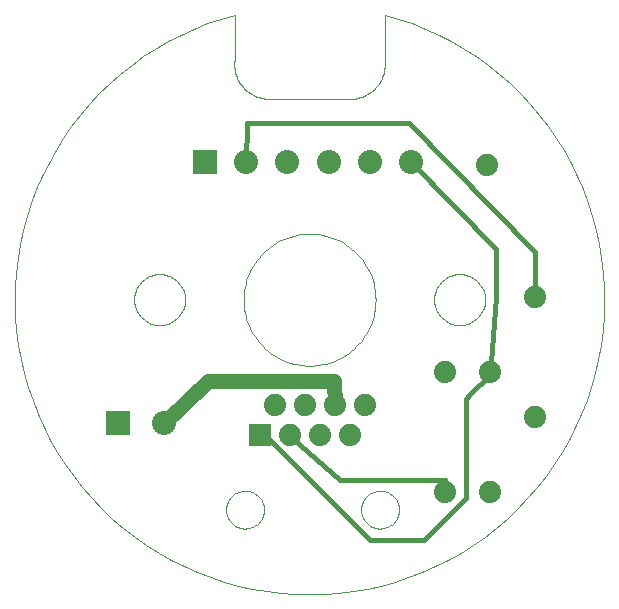
<source format=gtl>
G75*
G70*
%OFA0B0*%
%FSLAX24Y24*%
%IPPOS*%
%LPD*%
%AMOC8*
5,1,8,0,0,1.08239X$1,22.5*
%
%ADD10C,0.0010*%
%ADD11C,0.0740*%
%ADD12R,0.0740X0.0740*%
%ADD13C,0.0000*%
%ADD14R,0.0800X0.0800*%
%ADD15C,0.0800*%
%ADD16C,0.0150*%
%ADD17C,0.0160*%
%ADD18C,0.0100*%
%ADD19C,0.0500*%
D10*
X004130Y011392D02*
X004132Y011450D01*
X004138Y011508D01*
X004148Y011565D01*
X004162Y011621D01*
X004179Y011677D01*
X004200Y011731D01*
X004225Y011783D01*
X004254Y011834D01*
X004286Y011882D01*
X004321Y011928D01*
X004359Y011972D01*
X004400Y012013D01*
X004444Y012051D01*
X004490Y012086D01*
X004538Y012118D01*
X004589Y012147D01*
X004641Y012172D01*
X004695Y012193D01*
X004751Y012210D01*
X004807Y012224D01*
X004864Y012234D01*
X004922Y012240D01*
X004980Y012242D01*
X005038Y012240D01*
X005096Y012234D01*
X005153Y012224D01*
X005209Y012210D01*
X005265Y012193D01*
X005319Y012172D01*
X005371Y012147D01*
X005422Y012118D01*
X005470Y012086D01*
X005516Y012051D01*
X005560Y012013D01*
X005601Y011972D01*
X005639Y011928D01*
X005674Y011882D01*
X005706Y011834D01*
X005735Y011783D01*
X005760Y011731D01*
X005781Y011677D01*
X005798Y011621D01*
X005812Y011565D01*
X005822Y011508D01*
X005828Y011450D01*
X005830Y011392D01*
X005828Y011334D01*
X005822Y011276D01*
X005812Y011219D01*
X005798Y011163D01*
X005781Y011107D01*
X005760Y011053D01*
X005735Y011001D01*
X005706Y010950D01*
X005674Y010902D01*
X005639Y010856D01*
X005601Y010812D01*
X005560Y010771D01*
X005516Y010733D01*
X005470Y010698D01*
X005422Y010666D01*
X005371Y010637D01*
X005319Y010612D01*
X005265Y010591D01*
X005209Y010574D01*
X005153Y010560D01*
X005096Y010550D01*
X005038Y010544D01*
X004980Y010542D01*
X004922Y010544D01*
X004864Y010550D01*
X004807Y010560D01*
X004751Y010574D01*
X004695Y010591D01*
X004641Y010612D01*
X004589Y010637D01*
X004538Y010666D01*
X004490Y010698D01*
X004444Y010733D01*
X004400Y010771D01*
X004359Y010812D01*
X004321Y010856D01*
X004286Y010902D01*
X004254Y010950D01*
X004225Y011001D01*
X004200Y011053D01*
X004179Y011107D01*
X004162Y011163D01*
X004148Y011219D01*
X004138Y011276D01*
X004132Y011334D01*
X004130Y011392D01*
X007780Y011392D02*
X007783Y011500D01*
X007791Y011608D01*
X007804Y011715D01*
X007822Y011821D01*
X007846Y011927D01*
X007875Y012031D01*
X007909Y012133D01*
X007947Y012234D01*
X007991Y012333D01*
X008040Y012429D01*
X008093Y012523D01*
X008151Y012614D01*
X008213Y012703D01*
X008279Y012788D01*
X008350Y012869D01*
X008424Y012948D01*
X008503Y013022D01*
X008584Y013093D01*
X008669Y013159D01*
X008758Y013221D01*
X008849Y013279D01*
X008943Y013332D01*
X009039Y013381D01*
X009138Y013425D01*
X009239Y013463D01*
X009341Y013497D01*
X009445Y013526D01*
X009551Y013550D01*
X009657Y013568D01*
X009764Y013581D01*
X009872Y013589D01*
X009980Y013592D01*
X010088Y013589D01*
X010196Y013581D01*
X010303Y013568D01*
X010409Y013550D01*
X010515Y013526D01*
X010619Y013497D01*
X010721Y013463D01*
X010822Y013425D01*
X010921Y013381D01*
X011017Y013332D01*
X011111Y013279D01*
X011202Y013221D01*
X011291Y013159D01*
X011376Y013093D01*
X011457Y013022D01*
X011536Y012948D01*
X011610Y012869D01*
X011681Y012788D01*
X011747Y012703D01*
X011809Y012614D01*
X011867Y012523D01*
X011920Y012429D01*
X011969Y012333D01*
X012013Y012234D01*
X012051Y012133D01*
X012085Y012031D01*
X012114Y011927D01*
X012138Y011821D01*
X012156Y011715D01*
X012169Y011608D01*
X012177Y011500D01*
X012180Y011392D01*
X012177Y011284D01*
X012169Y011176D01*
X012156Y011069D01*
X012138Y010963D01*
X012114Y010857D01*
X012085Y010753D01*
X012051Y010651D01*
X012013Y010550D01*
X011969Y010451D01*
X011920Y010355D01*
X011867Y010261D01*
X011809Y010170D01*
X011747Y010081D01*
X011681Y009996D01*
X011610Y009915D01*
X011536Y009836D01*
X011457Y009762D01*
X011376Y009691D01*
X011291Y009625D01*
X011202Y009563D01*
X011111Y009505D01*
X011017Y009452D01*
X010921Y009403D01*
X010822Y009359D01*
X010721Y009321D01*
X010619Y009287D01*
X010515Y009258D01*
X010409Y009234D01*
X010303Y009216D01*
X010196Y009203D01*
X010088Y009195D01*
X009980Y009192D01*
X009872Y009195D01*
X009764Y009203D01*
X009657Y009216D01*
X009551Y009234D01*
X009445Y009258D01*
X009341Y009287D01*
X009239Y009321D01*
X009138Y009359D01*
X009039Y009403D01*
X008943Y009452D01*
X008849Y009505D01*
X008758Y009563D01*
X008669Y009625D01*
X008584Y009691D01*
X008503Y009762D01*
X008424Y009836D01*
X008350Y009915D01*
X008279Y009996D01*
X008213Y010081D01*
X008151Y010170D01*
X008093Y010261D01*
X008040Y010355D01*
X007991Y010451D01*
X007947Y010550D01*
X007909Y010651D01*
X007875Y010753D01*
X007846Y010857D01*
X007822Y010963D01*
X007804Y011069D01*
X007791Y011176D01*
X007783Y011284D01*
X007780Y011392D01*
X007480Y020892D02*
X007019Y020758D01*
X006565Y020602D01*
X006119Y020424D01*
X005682Y020225D01*
X005256Y020004D01*
X004840Y019763D01*
X004437Y019502D01*
X004048Y019221D01*
X003672Y018922D01*
X003312Y018605D01*
X002967Y018270D01*
X002640Y017920D01*
X002329Y017553D01*
X002037Y017172D01*
X001764Y016777D01*
X001511Y016369D01*
X001278Y015949D01*
X001066Y015518D01*
X000875Y015078D01*
X000705Y014629D01*
X000558Y014171D01*
X000434Y013708D01*
X000332Y013238D01*
X000253Y012765D01*
X000198Y012288D01*
X000166Y011809D01*
X000157Y011329D01*
X000172Y010849D01*
X000210Y010370D01*
X000272Y009894D01*
X000357Y009421D01*
X000465Y008953D01*
X000595Y008491D01*
X000748Y008036D01*
X000923Y007589D01*
X001120Y007151D01*
X001337Y006723D01*
X001576Y006306D01*
X001835Y005902D01*
X002113Y005510D01*
X002409Y005133D01*
X002724Y004770D01*
X003057Y004424D01*
X003405Y004094D01*
X003770Y003781D01*
X004149Y003487D01*
X004542Y003211D01*
X004949Y002955D01*
X005367Y002720D01*
X005796Y002505D01*
X006236Y002311D01*
X006684Y002139D01*
X007140Y001989D01*
X007603Y001861D01*
X008071Y001756D01*
X008545Y001674D01*
X009021Y001616D01*
X009500Y001581D01*
X009980Y001569D01*
X010460Y001581D01*
X010939Y001616D01*
X011415Y001674D01*
X011889Y001756D01*
X012357Y001861D01*
X012820Y001989D01*
X013276Y002139D01*
X013724Y002311D01*
X014164Y002505D01*
X014593Y002720D01*
X015011Y002955D01*
X015418Y003211D01*
X015811Y003487D01*
X016190Y003781D01*
X016555Y004094D01*
X016903Y004424D01*
X017236Y004770D01*
X017551Y005133D01*
X017847Y005510D01*
X018125Y005902D01*
X018384Y006306D01*
X018623Y006723D01*
X018840Y007151D01*
X019037Y007589D01*
X019212Y008036D01*
X019365Y008491D01*
X019495Y008953D01*
X019603Y009421D01*
X019688Y009894D01*
X019750Y010370D01*
X019788Y010849D01*
X019803Y011329D01*
X019794Y011809D01*
X019762Y012288D01*
X019707Y012765D01*
X019628Y013238D01*
X019526Y013708D01*
X019402Y014171D01*
X019255Y014629D01*
X019085Y015078D01*
X018894Y015518D01*
X018682Y015949D01*
X018449Y016369D01*
X018196Y016777D01*
X017923Y017172D01*
X017631Y017553D01*
X017320Y017920D01*
X016993Y018270D01*
X016648Y018605D01*
X016288Y018922D01*
X015912Y019221D01*
X015523Y019502D01*
X015120Y019763D01*
X014704Y020004D01*
X014278Y020225D01*
X013841Y020424D01*
X013395Y020602D01*
X012941Y020758D01*
X012480Y020892D01*
X012480Y019392D01*
X012487Y019327D01*
X012490Y019262D01*
X012489Y019197D01*
X012485Y019132D01*
X012477Y019068D01*
X012465Y019004D01*
X012450Y018940D01*
X012431Y018878D01*
X012409Y018817D01*
X012384Y018757D01*
X012355Y018699D01*
X012323Y018642D01*
X012288Y018587D01*
X012249Y018535D01*
X012208Y018484D01*
X012164Y018436D01*
X012118Y018391D01*
X012069Y018348D01*
X012018Y018308D01*
X011964Y018271D01*
X011909Y018237D01*
X011852Y018206D01*
X011793Y018178D01*
X011732Y018154D01*
X011671Y018133D01*
X011608Y018116D01*
X011544Y018102D01*
X011480Y018092D01*
X008480Y018092D01*
X008416Y018102D01*
X008352Y018116D01*
X008289Y018133D01*
X008228Y018154D01*
X008167Y018178D01*
X008108Y018206D01*
X008051Y018237D01*
X007996Y018271D01*
X007942Y018308D01*
X007891Y018348D01*
X007842Y018391D01*
X007796Y018436D01*
X007752Y018484D01*
X007711Y018535D01*
X007672Y018587D01*
X007637Y018642D01*
X007605Y018699D01*
X007576Y018757D01*
X007551Y018817D01*
X007529Y018878D01*
X007510Y018940D01*
X007495Y019004D01*
X007483Y019068D01*
X007475Y019132D01*
X007471Y019197D01*
X007470Y019262D01*
X007473Y019327D01*
X007480Y019392D01*
X007480Y020892D01*
X014130Y011392D02*
X014132Y011450D01*
X014138Y011508D01*
X014148Y011565D01*
X014162Y011621D01*
X014179Y011677D01*
X014200Y011731D01*
X014225Y011783D01*
X014254Y011834D01*
X014286Y011882D01*
X014321Y011928D01*
X014359Y011972D01*
X014400Y012013D01*
X014444Y012051D01*
X014490Y012086D01*
X014538Y012118D01*
X014589Y012147D01*
X014641Y012172D01*
X014695Y012193D01*
X014751Y012210D01*
X014807Y012224D01*
X014864Y012234D01*
X014922Y012240D01*
X014980Y012242D01*
X015038Y012240D01*
X015096Y012234D01*
X015153Y012224D01*
X015209Y012210D01*
X015265Y012193D01*
X015319Y012172D01*
X015371Y012147D01*
X015422Y012118D01*
X015470Y012086D01*
X015516Y012051D01*
X015560Y012013D01*
X015601Y011972D01*
X015639Y011928D01*
X015674Y011882D01*
X015706Y011834D01*
X015735Y011783D01*
X015760Y011731D01*
X015781Y011677D01*
X015798Y011621D01*
X015812Y011565D01*
X015822Y011508D01*
X015828Y011450D01*
X015830Y011392D01*
X015828Y011334D01*
X015822Y011276D01*
X015812Y011219D01*
X015798Y011163D01*
X015781Y011107D01*
X015760Y011053D01*
X015735Y011001D01*
X015706Y010950D01*
X015674Y010902D01*
X015639Y010856D01*
X015601Y010812D01*
X015560Y010771D01*
X015516Y010733D01*
X015470Y010698D01*
X015422Y010666D01*
X015371Y010637D01*
X015319Y010612D01*
X015265Y010591D01*
X015209Y010574D01*
X015153Y010560D01*
X015096Y010550D01*
X015038Y010544D01*
X014980Y010542D01*
X014922Y010544D01*
X014864Y010550D01*
X014807Y010560D01*
X014751Y010574D01*
X014695Y010591D01*
X014641Y010612D01*
X014589Y010637D01*
X014538Y010666D01*
X014490Y010698D01*
X014444Y010733D01*
X014400Y010771D01*
X014359Y010812D01*
X014321Y010856D01*
X014286Y010902D01*
X014254Y010950D01*
X014225Y011001D01*
X014200Y011053D01*
X014179Y011107D01*
X014162Y011163D01*
X014148Y011219D01*
X014138Y011276D01*
X014132Y011334D01*
X014130Y011392D01*
D11*
X014480Y008992D03*
X015980Y008992D03*
X017480Y007492D03*
X015980Y004992D03*
X014480Y004992D03*
X011830Y007892D03*
X010830Y007892D03*
X009830Y007892D03*
X008830Y007892D03*
X009330Y006892D03*
X010330Y006892D03*
X011330Y006892D03*
X017480Y011492D03*
X015880Y015892D03*
D12*
X008330Y006892D03*
D13*
X007200Y004392D02*
X007202Y004442D01*
X007208Y004492D01*
X007218Y004541D01*
X007232Y004589D01*
X007249Y004636D01*
X007270Y004681D01*
X007295Y004725D01*
X007323Y004766D01*
X007355Y004805D01*
X007389Y004842D01*
X007426Y004876D01*
X007466Y004906D01*
X007508Y004933D01*
X007552Y004957D01*
X007598Y004978D01*
X007645Y004994D01*
X007693Y005007D01*
X007743Y005016D01*
X007792Y005021D01*
X007843Y005022D01*
X007893Y005019D01*
X007942Y005012D01*
X007991Y005001D01*
X008039Y004986D01*
X008085Y004968D01*
X008130Y004946D01*
X008173Y004920D01*
X008214Y004891D01*
X008253Y004859D01*
X008289Y004824D01*
X008321Y004786D01*
X008351Y004746D01*
X008378Y004703D01*
X008401Y004659D01*
X008420Y004613D01*
X008436Y004565D01*
X008448Y004516D01*
X008456Y004467D01*
X008460Y004417D01*
X008460Y004367D01*
X008456Y004317D01*
X008448Y004268D01*
X008436Y004219D01*
X008420Y004171D01*
X008401Y004125D01*
X008378Y004081D01*
X008351Y004038D01*
X008321Y003998D01*
X008289Y003960D01*
X008253Y003925D01*
X008214Y003893D01*
X008173Y003864D01*
X008130Y003838D01*
X008085Y003816D01*
X008039Y003798D01*
X007991Y003783D01*
X007942Y003772D01*
X007893Y003765D01*
X007843Y003762D01*
X007792Y003763D01*
X007743Y003768D01*
X007693Y003777D01*
X007645Y003790D01*
X007598Y003806D01*
X007552Y003827D01*
X007508Y003851D01*
X007466Y003878D01*
X007426Y003908D01*
X007389Y003942D01*
X007355Y003979D01*
X007323Y004018D01*
X007295Y004059D01*
X007270Y004103D01*
X007249Y004148D01*
X007232Y004195D01*
X007218Y004243D01*
X007208Y004292D01*
X007202Y004342D01*
X007200Y004392D01*
X011700Y004392D02*
X011702Y004442D01*
X011708Y004492D01*
X011718Y004541D01*
X011732Y004589D01*
X011749Y004636D01*
X011770Y004681D01*
X011795Y004725D01*
X011823Y004766D01*
X011855Y004805D01*
X011889Y004842D01*
X011926Y004876D01*
X011966Y004906D01*
X012008Y004933D01*
X012052Y004957D01*
X012098Y004978D01*
X012145Y004994D01*
X012193Y005007D01*
X012243Y005016D01*
X012292Y005021D01*
X012343Y005022D01*
X012393Y005019D01*
X012442Y005012D01*
X012491Y005001D01*
X012539Y004986D01*
X012585Y004968D01*
X012630Y004946D01*
X012673Y004920D01*
X012714Y004891D01*
X012753Y004859D01*
X012789Y004824D01*
X012821Y004786D01*
X012851Y004746D01*
X012878Y004703D01*
X012901Y004659D01*
X012920Y004613D01*
X012936Y004565D01*
X012948Y004516D01*
X012956Y004467D01*
X012960Y004417D01*
X012960Y004367D01*
X012956Y004317D01*
X012948Y004268D01*
X012936Y004219D01*
X012920Y004171D01*
X012901Y004125D01*
X012878Y004081D01*
X012851Y004038D01*
X012821Y003998D01*
X012789Y003960D01*
X012753Y003925D01*
X012714Y003893D01*
X012673Y003864D01*
X012630Y003838D01*
X012585Y003816D01*
X012539Y003798D01*
X012491Y003783D01*
X012442Y003772D01*
X012393Y003765D01*
X012343Y003762D01*
X012292Y003763D01*
X012243Y003768D01*
X012193Y003777D01*
X012145Y003790D01*
X012098Y003806D01*
X012052Y003827D01*
X012008Y003851D01*
X011966Y003878D01*
X011926Y003908D01*
X011889Y003942D01*
X011855Y003979D01*
X011823Y004018D01*
X011795Y004059D01*
X011770Y004103D01*
X011749Y004148D01*
X011732Y004195D01*
X011718Y004243D01*
X011708Y004292D01*
X011702Y004342D01*
X011700Y004392D01*
D14*
X003610Y007292D03*
X006480Y015992D03*
D15*
X007858Y015992D03*
X009236Y015992D03*
X010614Y015992D03*
X011992Y015992D03*
X013370Y015992D03*
X005128Y007292D03*
D16*
X008330Y006892D02*
X008480Y006892D01*
X011980Y003392D01*
X010980Y005392D02*
X014480Y005392D01*
X014480Y004992D01*
X014480Y004892D01*
X015330Y008242D02*
X015980Y008892D01*
X016180Y011492D01*
X016180Y013092D01*
X013370Y015992D01*
X013480Y015892D01*
X013280Y017292D02*
X007880Y017292D01*
X007858Y015992D01*
X013280Y017292D02*
X017480Y012992D01*
X017480Y011492D01*
X010980Y005392D02*
X009380Y006792D01*
X009330Y006892D01*
D17*
X011980Y003392D02*
X013780Y003392D01*
X015180Y004792D01*
X015180Y008092D01*
X015330Y008242D01*
D18*
X015980Y008892D02*
X015980Y008992D01*
D19*
X010780Y008692D02*
X010830Y007892D01*
X010780Y008692D02*
X006580Y008692D01*
X005128Y007292D01*
M02*

</source>
